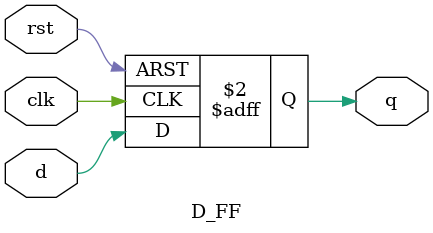
<source format=v>
`timescale 1ns / 1ps
module D_FF(
    input clk,rst,d,
    output reg q
    );
	 
always @(posedge clk or posedge rst)
begin
	if (rst) begin
		q<=0;
	end
	
	else begin
		q <= d;
	end
	
end



endmodule

</source>
